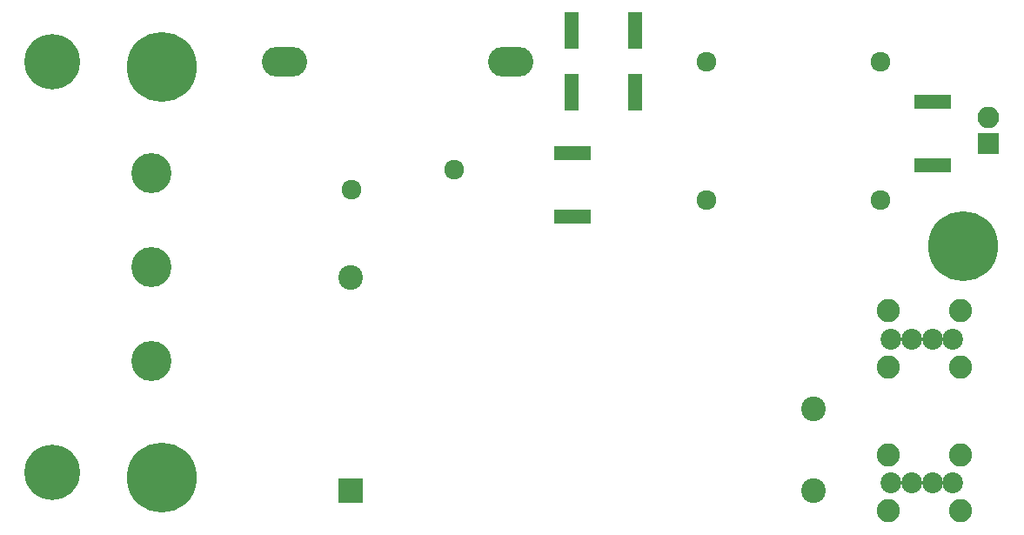
<source format=gbr>
G04 #@! TF.FileFunction,Soldermask,Top*
%FSLAX46Y46*%
G04 Gerber Fmt 4.6, Leading zero omitted, Abs format (unit mm)*
G04 Created by KiCad (PCBNEW 4.0.7) date 08/27/18 20:28:57*
%MOMM*%
%LPD*%
G01*
G04 APERTURE LIST*
%ADD10C,0.100000*%
%ADD11C,1.924000*%
%ADD12C,6.800000*%
%ADD13C,2.400000*%
%ADD14R,2.400000X2.400000*%
%ADD15O,4.400000X2.900000*%
%ADD16R,2.100000X2.100000*%
%ADD17O,2.100000X2.100000*%
%ADD18C,2.020000*%
%ADD19C,2.250000*%
%ADD20C,3.900000*%
%ADD21C,5.400000*%
%ADD22R,1.400000X3.600000*%
%ADD23R,3.600000X1.400000*%
G04 APERTURE END LIST*
D10*
D11*
X123000000Y-57000000D03*
X123000000Y-70500000D03*
X140000000Y-57000000D03*
X140000000Y-70500000D03*
D12*
X70000000Y-97500000D03*
X70000000Y-57500000D03*
D13*
X133400000Y-90800000D03*
X133400000Y-98800000D03*
X88400000Y-78000000D03*
D14*
X88400000Y-98800000D03*
D15*
X82000000Y-57000000D03*
X104000000Y-57000000D03*
D16*
X150500000Y-65000000D03*
D17*
X150500000Y-62460000D03*
D18*
X147000000Y-98000000D03*
X145000000Y-98000000D03*
X143000000Y-98000000D03*
D19*
X147730000Y-100720000D03*
D18*
X141000000Y-98000000D03*
D19*
X140730000Y-100720000D03*
X147730000Y-95280000D03*
X140730000Y-95280000D03*
D18*
X147000000Y-84000000D03*
X145000000Y-84000000D03*
X143000000Y-84000000D03*
D19*
X147730000Y-86720000D03*
D18*
X141000000Y-84000000D03*
D19*
X140730000Y-86720000D03*
X147730000Y-81280000D03*
X140730000Y-81280000D03*
D20*
X69000000Y-77000000D03*
X69000000Y-86140000D03*
X69000000Y-67860000D03*
D21*
X59350000Y-97000000D03*
X59350000Y-57000000D03*
D11*
X98500000Y-67500000D03*
X88500000Y-69500000D03*
D12*
X148000000Y-75000000D03*
D22*
X116100000Y-60000000D03*
X109900000Y-60000000D03*
X116100000Y-54000000D03*
X109900000Y-54000000D03*
D23*
X110000000Y-65900000D03*
X110000000Y-72100000D03*
X145000000Y-67100000D03*
X145000000Y-60900000D03*
M02*

</source>
